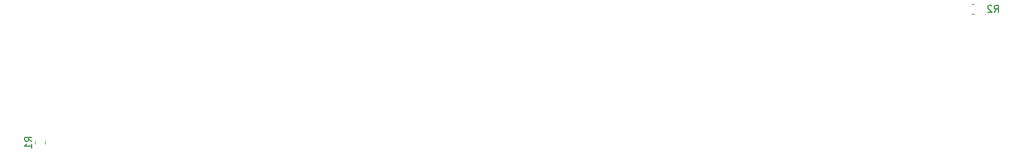
<source format=gbr>
%TF.GenerationSoftware,KiCad,Pcbnew,(5.1.8)-1*%
%TF.CreationDate,2023-02-14T21:38:17+03:00*%
%TF.ProjectId,MUX8x1-v3,4d555838-7831-42d7-9633-2e6b69636164,rev?*%
%TF.SameCoordinates,Original*%
%TF.FileFunction,Legend,Bot*%
%TF.FilePolarity,Positive*%
%FSLAX46Y46*%
G04 Gerber Fmt 4.6, Leading zero omitted, Abs format (unit mm)*
G04 Created by KiCad (PCBNEW (5.1.8)-1) date 2023-02-14 21:38:17*
%MOMM*%
%LPD*%
G01*
G04 APERTURE LIST*
%ADD10C,0.120000*%
%ADD11C,0.150000*%
G04 APERTURE END LIST*
D10*
%TO.C,R2*%
X168952936Y-55145000D02*
X169407064Y-55145000D01*
X168952936Y-56615000D02*
X169407064Y-56615000D01*
%TO.C,R1*%
X33555000Y-74972936D02*
X33555000Y-75427064D01*
X35025000Y-74972936D02*
X35025000Y-75427064D01*
%TO.C,R2*%
D11*
X172251666Y-56332380D02*
X172585000Y-55856190D01*
X172823095Y-56332380D02*
X172823095Y-55332380D01*
X172442142Y-55332380D01*
X172346904Y-55380000D01*
X172299285Y-55427619D01*
X172251666Y-55522857D01*
X172251666Y-55665714D01*
X172299285Y-55760952D01*
X172346904Y-55808571D01*
X172442142Y-55856190D01*
X172823095Y-55856190D01*
X171870714Y-55427619D02*
X171823095Y-55380000D01*
X171727857Y-55332380D01*
X171489761Y-55332380D01*
X171394523Y-55380000D01*
X171346904Y-55427619D01*
X171299285Y-55522857D01*
X171299285Y-55618095D01*
X171346904Y-55760952D01*
X171918333Y-56332380D01*
X171299285Y-56332380D01*
%TO.C,R1*%
X33092380Y-75033333D02*
X32616190Y-74700000D01*
X33092380Y-74461904D02*
X32092380Y-74461904D01*
X32092380Y-74842857D01*
X32140000Y-74938095D01*
X32187619Y-74985714D01*
X32282857Y-75033333D01*
X32425714Y-75033333D01*
X32520952Y-74985714D01*
X32568571Y-74938095D01*
X32616190Y-74842857D01*
X32616190Y-74461904D01*
X33092380Y-75985714D02*
X33092380Y-75414285D01*
X33092380Y-75700000D02*
X32092380Y-75700000D01*
X32235238Y-75604761D01*
X32330476Y-75509523D01*
X32378095Y-75414285D01*
%TD*%
M02*

</source>
